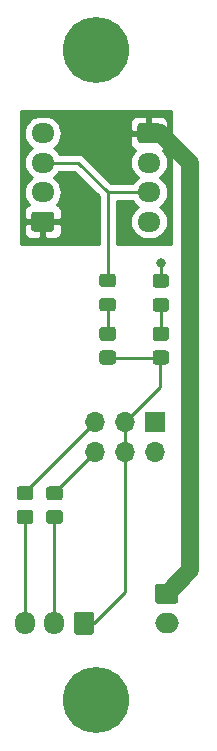
<source format=gtl>
G04 #@! TF.GenerationSoftware,KiCad,Pcbnew,5.1.9+dfsg1-1*
G04 #@! TF.CreationDate,2022-11-10T16:02:49+09:00*
G04 #@! TF.ProjectId,fan-expander,66616e2d-6578-4706-916e-6465722e6b69,rev?*
G04 #@! TF.SameCoordinates,Original*
G04 #@! TF.FileFunction,Copper,L1,Top*
G04 #@! TF.FilePolarity,Positive*
%FSLAX46Y46*%
G04 Gerber Fmt 4.6, Leading zero omitted, Abs format (unit mm)*
G04 Created by KiCad (PCBNEW 5.1.9+dfsg1-1) date 2022-11-10 16:02:49*
%MOMM*%
%LPD*%
G01*
G04 APERTURE LIST*
G04 #@! TA.AperFunction,ComponentPad*
%ADD10C,5.600000*%
G04 #@! TD*
G04 #@! TA.AperFunction,ComponentPad*
%ADD11O,2.000000X1.700000*%
G04 #@! TD*
G04 #@! TA.AperFunction,ComponentPad*
%ADD12O,1.700000X1.950000*%
G04 #@! TD*
G04 #@! TA.AperFunction,ComponentPad*
%ADD13O,1.950000X1.700000*%
G04 #@! TD*
G04 #@! TA.AperFunction,ComponentPad*
%ADD14R,1.700000X1.700000*%
G04 #@! TD*
G04 #@! TA.AperFunction,ComponentPad*
%ADD15O,1.700000X1.700000*%
G04 #@! TD*
G04 #@! TA.AperFunction,ViaPad*
%ADD16C,0.800000*%
G04 #@! TD*
G04 #@! TA.AperFunction,Conductor*
%ADD17C,0.250000*%
G04 #@! TD*
G04 #@! TA.AperFunction,Conductor*
%ADD18C,1.500000*%
G04 #@! TD*
G04 #@! TA.AperFunction,Conductor*
%ADD19C,0.254000*%
G04 #@! TD*
G04 #@! TA.AperFunction,Conductor*
%ADD20C,0.100000*%
G04 #@! TD*
G04 APERTURE END LIST*
D10*
X150000000Y-50000000D03*
X150000000Y-105000000D03*
G04 #@! TA.AperFunction,SMDPad,CuDef*
G36*
G01*
X155049999Y-68925000D02*
X155950001Y-68925000D01*
G75*
G02*
X156200000Y-69174999I0J-249999D01*
G01*
X156200000Y-69825001D01*
G75*
G02*
X155950001Y-70075000I-249999J0D01*
G01*
X155049999Y-70075000D01*
G75*
G02*
X154800000Y-69825001I0J249999D01*
G01*
X154800000Y-69174999D01*
G75*
G02*
X155049999Y-68925000I249999J0D01*
G01*
G37*
G04 #@! TD.AperFunction*
G04 #@! TA.AperFunction,SMDPad,CuDef*
G36*
G01*
X155049999Y-70975000D02*
X155950001Y-70975000D01*
G75*
G02*
X156200000Y-71224999I0J-249999D01*
G01*
X156200000Y-71875001D01*
G75*
G02*
X155950001Y-72125000I-249999J0D01*
G01*
X155049999Y-72125000D01*
G75*
G02*
X154800000Y-71875001I0J249999D01*
G01*
X154800000Y-71224999D01*
G75*
G02*
X155049999Y-70975000I249999J0D01*
G01*
G37*
G04 #@! TD.AperFunction*
G04 #@! TA.AperFunction,ComponentPad*
G36*
G01*
X155250000Y-95150000D02*
X156750000Y-95150000D01*
G75*
G02*
X157000000Y-95400000I0J-250000D01*
G01*
X157000000Y-96600000D01*
G75*
G02*
X156750000Y-96850000I-250000J0D01*
G01*
X155250000Y-96850000D01*
G75*
G02*
X155000000Y-96600000I0J250000D01*
G01*
X155000000Y-95400000D01*
G75*
G02*
X155250000Y-95150000I250000J0D01*
G01*
G37*
G04 #@! TD.AperFunction*
D11*
X156000000Y-98500000D03*
G04 #@! TA.AperFunction,ComponentPad*
G36*
G01*
X149850000Y-97775000D02*
X149850000Y-99225000D01*
G75*
G02*
X149600000Y-99475000I-250000J0D01*
G01*
X148400000Y-99475000D01*
G75*
G02*
X148150000Y-99225000I0J250000D01*
G01*
X148150000Y-97775000D01*
G75*
G02*
X148400000Y-97525000I250000J0D01*
G01*
X149600000Y-97525000D01*
G75*
G02*
X149850000Y-97775000I0J-250000D01*
G01*
G37*
G04 #@! TD.AperFunction*
D12*
X146500000Y-98500000D03*
X144000000Y-98500000D03*
G04 #@! TA.AperFunction,ComponentPad*
G36*
G01*
X146225000Y-65350000D02*
X144775000Y-65350000D01*
G75*
G02*
X144525000Y-65100000I0J250000D01*
G01*
X144525000Y-63900000D01*
G75*
G02*
X144775000Y-63650000I250000J0D01*
G01*
X146225000Y-63650000D01*
G75*
G02*
X146475000Y-63900000I0J-250000D01*
G01*
X146475000Y-65100000D01*
G75*
G02*
X146225000Y-65350000I-250000J0D01*
G01*
G37*
G04 #@! TD.AperFunction*
D13*
X145500000Y-62000000D03*
X145500000Y-59500000D03*
X145500000Y-57000000D03*
X154500000Y-64500000D03*
X154500000Y-62000000D03*
X154500000Y-59500000D03*
G04 #@! TA.AperFunction,ComponentPad*
G36*
G01*
X153775000Y-56150000D02*
X155225000Y-56150000D01*
G75*
G02*
X155475000Y-56400000I0J-250000D01*
G01*
X155475000Y-57600000D01*
G75*
G02*
X155225000Y-57850000I-250000J0D01*
G01*
X153775000Y-57850000D01*
G75*
G02*
X153525000Y-57600000I0J250000D01*
G01*
X153525000Y-56400000D01*
G75*
G02*
X153775000Y-56150000I250000J0D01*
G01*
G37*
G04 #@! TD.AperFunction*
G04 #@! TA.AperFunction,SMDPad,CuDef*
G36*
G01*
X155049999Y-75400000D02*
X155950001Y-75400000D01*
G75*
G02*
X156200000Y-75649999I0J-249999D01*
G01*
X156200000Y-76350001D01*
G75*
G02*
X155950001Y-76600000I-249999J0D01*
G01*
X155049999Y-76600000D01*
G75*
G02*
X154800000Y-76350001I0J249999D01*
G01*
X154800000Y-75649999D01*
G75*
G02*
X155049999Y-75400000I249999J0D01*
G01*
G37*
G04 #@! TD.AperFunction*
G04 #@! TA.AperFunction,SMDPad,CuDef*
G36*
G01*
X155049999Y-73400000D02*
X155950001Y-73400000D01*
G75*
G02*
X156200000Y-73649999I0J-249999D01*
G01*
X156200000Y-74350001D01*
G75*
G02*
X155950001Y-74600000I-249999J0D01*
G01*
X155049999Y-74600000D01*
G75*
G02*
X154800000Y-74350001I0J249999D01*
G01*
X154800000Y-73649999D01*
G75*
G02*
X155049999Y-73400000I249999J0D01*
G01*
G37*
G04 #@! TD.AperFunction*
G04 #@! TA.AperFunction,SMDPad,CuDef*
G36*
G01*
X143549999Y-86900000D02*
X144450001Y-86900000D01*
G75*
G02*
X144700000Y-87149999I0J-249999D01*
G01*
X144700000Y-87850001D01*
G75*
G02*
X144450001Y-88100000I-249999J0D01*
G01*
X143549999Y-88100000D01*
G75*
G02*
X143300000Y-87850001I0J249999D01*
G01*
X143300000Y-87149999D01*
G75*
G02*
X143549999Y-86900000I249999J0D01*
G01*
G37*
G04 #@! TD.AperFunction*
G04 #@! TA.AperFunction,SMDPad,CuDef*
G36*
G01*
X143549999Y-88900000D02*
X144450001Y-88900000D01*
G75*
G02*
X144700000Y-89149999I0J-249999D01*
G01*
X144700000Y-89850001D01*
G75*
G02*
X144450001Y-90100000I-249999J0D01*
G01*
X143549999Y-90100000D01*
G75*
G02*
X143300000Y-89850001I0J249999D01*
G01*
X143300000Y-89149999D01*
G75*
G02*
X143549999Y-88900000I249999J0D01*
G01*
G37*
G04 #@! TD.AperFunction*
G04 #@! TA.AperFunction,SMDPad,CuDef*
G36*
G01*
X146049999Y-86900000D02*
X146950001Y-86900000D01*
G75*
G02*
X147200000Y-87149999I0J-249999D01*
G01*
X147200000Y-87850001D01*
G75*
G02*
X146950001Y-88100000I-249999J0D01*
G01*
X146049999Y-88100000D01*
G75*
G02*
X145800000Y-87850001I0J249999D01*
G01*
X145800000Y-87149999D01*
G75*
G02*
X146049999Y-86900000I249999J0D01*
G01*
G37*
G04 #@! TD.AperFunction*
G04 #@! TA.AperFunction,SMDPad,CuDef*
G36*
G01*
X146049999Y-88900000D02*
X146950001Y-88900000D01*
G75*
G02*
X147200000Y-89149999I0J-249999D01*
G01*
X147200000Y-89850001D01*
G75*
G02*
X146950001Y-90100000I-249999J0D01*
G01*
X146049999Y-90100000D01*
G75*
G02*
X145800000Y-89850001I0J249999D01*
G01*
X145800000Y-89149999D01*
G75*
G02*
X146049999Y-88900000I249999J0D01*
G01*
G37*
G04 #@! TD.AperFunction*
D14*
X155000000Y-81500000D03*
D15*
X155000000Y-84040000D03*
X152460000Y-81500000D03*
X152460000Y-84040000D03*
X149920000Y-81500000D03*
X149920000Y-84040000D03*
G04 #@! TA.AperFunction,SMDPad,CuDef*
G36*
G01*
X150549999Y-68900000D02*
X151450001Y-68900000D01*
G75*
G02*
X151700000Y-69149999I0J-249999D01*
G01*
X151700000Y-69800001D01*
G75*
G02*
X151450001Y-70050000I-249999J0D01*
G01*
X150549999Y-70050000D01*
G75*
G02*
X150300000Y-69800001I0J249999D01*
G01*
X150300000Y-69149999D01*
G75*
G02*
X150549999Y-68900000I249999J0D01*
G01*
G37*
G04 #@! TD.AperFunction*
G04 #@! TA.AperFunction,SMDPad,CuDef*
G36*
G01*
X150549999Y-70950000D02*
X151450001Y-70950000D01*
G75*
G02*
X151700000Y-71199999I0J-249999D01*
G01*
X151700000Y-71850001D01*
G75*
G02*
X151450001Y-72100000I-249999J0D01*
G01*
X150549999Y-72100000D01*
G75*
G02*
X150300000Y-71850001I0J249999D01*
G01*
X150300000Y-71199999D01*
G75*
G02*
X150549999Y-70950000I249999J0D01*
G01*
G37*
G04 #@! TD.AperFunction*
G04 #@! TA.AperFunction,SMDPad,CuDef*
G36*
G01*
X150549999Y-73400000D02*
X151450001Y-73400000D01*
G75*
G02*
X151700000Y-73649999I0J-249999D01*
G01*
X151700000Y-74350001D01*
G75*
G02*
X151450001Y-74600000I-249999J0D01*
G01*
X150549999Y-74600000D01*
G75*
G02*
X150300000Y-74350001I0J249999D01*
G01*
X150300000Y-73649999D01*
G75*
G02*
X150549999Y-73400000I249999J0D01*
G01*
G37*
G04 #@! TD.AperFunction*
G04 #@! TA.AperFunction,SMDPad,CuDef*
G36*
G01*
X150549999Y-75400000D02*
X151450001Y-75400000D01*
G75*
G02*
X151700000Y-75649999I0J-249999D01*
G01*
X151700000Y-76350001D01*
G75*
G02*
X151450001Y-76600000I-249999J0D01*
G01*
X150549999Y-76600000D01*
G75*
G02*
X150300000Y-76350001I0J249999D01*
G01*
X150300000Y-75649999D01*
G75*
G02*
X150549999Y-75400000I249999J0D01*
G01*
G37*
G04 #@! TD.AperFunction*
D16*
X155500000Y-68000000D03*
D17*
X149850000Y-98500000D02*
X152500000Y-95850000D01*
X149000000Y-98500000D02*
X149850000Y-98500000D01*
X152500000Y-81540000D02*
X152460000Y-81500000D01*
X152500000Y-95850000D02*
X152500000Y-81540000D01*
X152460000Y-81500000D02*
X155460000Y-78500000D01*
X155460000Y-76040000D02*
X155500000Y-76000000D01*
X155460000Y-78500000D02*
X155460000Y-76040000D01*
X151000000Y-76000000D02*
X155500000Y-76000000D01*
X155500000Y-74000000D02*
X155500000Y-71550000D01*
D18*
X155475000Y-57000000D02*
X154500000Y-57000000D01*
X158000000Y-59525000D02*
X155475000Y-57000000D01*
X158000000Y-94000000D02*
X158000000Y-59525000D01*
X156000000Y-96000000D02*
X158000000Y-94000000D01*
D17*
X144000000Y-98500000D02*
X144000000Y-89500000D01*
X155500000Y-69500000D02*
X155500000Y-68000000D01*
X146500000Y-98500000D02*
X146500000Y-89500000D01*
X151000000Y-69475000D02*
X151000000Y-62000000D01*
X151000000Y-62000000D02*
X154500000Y-62000000D01*
X148500000Y-59500000D02*
X151000000Y-62000000D01*
X145500000Y-59500000D02*
X148500000Y-59500000D01*
X144000000Y-87420000D02*
X149920000Y-81500000D01*
X144000000Y-87500000D02*
X144000000Y-87420000D01*
X146500000Y-87460000D02*
X149920000Y-84040000D01*
X146500000Y-87500000D02*
X146500000Y-87460000D01*
X151000000Y-74000000D02*
X151000000Y-71525000D01*
D19*
X156373000Y-66373000D02*
X151760000Y-66373000D01*
X151760000Y-62760000D01*
X153097405Y-62760000D01*
X153134294Y-62829014D01*
X153319866Y-63055134D01*
X153545986Y-63240706D01*
X153563374Y-63250000D01*
X153545986Y-63259294D01*
X153319866Y-63444866D01*
X153134294Y-63670986D01*
X152996401Y-63928966D01*
X152911487Y-64208889D01*
X152882815Y-64500000D01*
X152911487Y-64791111D01*
X152996401Y-65071034D01*
X153134294Y-65329014D01*
X153319866Y-65555134D01*
X153545986Y-65740706D01*
X153803966Y-65878599D01*
X154083889Y-65963513D01*
X154302050Y-65985000D01*
X154697950Y-65985000D01*
X154916111Y-65963513D01*
X155196034Y-65878599D01*
X155454014Y-65740706D01*
X155680134Y-65555134D01*
X155865706Y-65329014D01*
X156003599Y-65071034D01*
X156088513Y-64791111D01*
X156117185Y-64500000D01*
X156088513Y-64208889D01*
X156003599Y-63928966D01*
X155865706Y-63670986D01*
X155680134Y-63444866D01*
X155454014Y-63259294D01*
X155436626Y-63250000D01*
X155454014Y-63240706D01*
X155680134Y-63055134D01*
X155865706Y-62829014D01*
X156003599Y-62571034D01*
X156088513Y-62291111D01*
X156117185Y-62000000D01*
X156088513Y-61708889D01*
X156003599Y-61428966D01*
X155865706Y-61170986D01*
X155680134Y-60944866D01*
X155454014Y-60759294D01*
X155436626Y-60750000D01*
X155454014Y-60740706D01*
X155680134Y-60555134D01*
X155865706Y-60329014D01*
X156003599Y-60071034D01*
X156088513Y-59791111D01*
X156117185Y-59500000D01*
X156088513Y-59208889D01*
X156003599Y-58928966D01*
X155865706Y-58670986D01*
X155684392Y-58450055D01*
X155719180Y-58439502D01*
X155829494Y-58380537D01*
X155926185Y-58301185D01*
X156005537Y-58204494D01*
X156064502Y-58094180D01*
X156100812Y-57974482D01*
X156113072Y-57850000D01*
X156110000Y-57285750D01*
X155951250Y-57127000D01*
X154627000Y-57127000D01*
X154627000Y-57147000D01*
X154373000Y-57147000D01*
X154373000Y-57127000D01*
X153048750Y-57127000D01*
X152890000Y-57285750D01*
X152886928Y-57850000D01*
X152899188Y-57974482D01*
X152935498Y-58094180D01*
X152994463Y-58204494D01*
X153073815Y-58301185D01*
X153170506Y-58380537D01*
X153280820Y-58439502D01*
X153315608Y-58450055D01*
X153134294Y-58670986D01*
X152996401Y-58928966D01*
X152911487Y-59208889D01*
X152882815Y-59500000D01*
X152911487Y-59791111D01*
X152996401Y-60071034D01*
X153134294Y-60329014D01*
X153319866Y-60555134D01*
X153545986Y-60740706D01*
X153563374Y-60750000D01*
X153545986Y-60759294D01*
X153319866Y-60944866D01*
X153134294Y-61170986D01*
X153097405Y-61240000D01*
X151314802Y-61240000D01*
X149063804Y-58989003D01*
X149040001Y-58959999D01*
X148924276Y-58865026D01*
X148792247Y-58794454D01*
X148648986Y-58750997D01*
X148537333Y-58740000D01*
X148537322Y-58740000D01*
X148500000Y-58736324D01*
X148462678Y-58740000D01*
X146902595Y-58740000D01*
X146865706Y-58670986D01*
X146680134Y-58444866D01*
X146454014Y-58259294D01*
X146436626Y-58250000D01*
X146454014Y-58240706D01*
X146680134Y-58055134D01*
X146865706Y-57829014D01*
X147003599Y-57571034D01*
X147088513Y-57291111D01*
X147117185Y-57000000D01*
X147088513Y-56708889D01*
X147003599Y-56428966D01*
X146865706Y-56170986D01*
X146848484Y-56150000D01*
X152886928Y-56150000D01*
X152890000Y-56714250D01*
X153048750Y-56873000D01*
X154373000Y-56873000D01*
X154373000Y-55673750D01*
X154627000Y-55673750D01*
X154627000Y-56873000D01*
X155951250Y-56873000D01*
X156110000Y-56714250D01*
X156113072Y-56150000D01*
X156100812Y-56025518D01*
X156064502Y-55905820D01*
X156005537Y-55795506D01*
X155926185Y-55698815D01*
X155829494Y-55619463D01*
X155719180Y-55560498D01*
X155599482Y-55524188D01*
X155475000Y-55511928D01*
X154785750Y-55515000D01*
X154627000Y-55673750D01*
X154373000Y-55673750D01*
X154214250Y-55515000D01*
X153525000Y-55511928D01*
X153400518Y-55524188D01*
X153280820Y-55560498D01*
X153170506Y-55619463D01*
X153073815Y-55698815D01*
X152994463Y-55795506D01*
X152935498Y-55905820D01*
X152899188Y-56025518D01*
X152886928Y-56150000D01*
X146848484Y-56150000D01*
X146680134Y-55944866D01*
X146454014Y-55759294D01*
X146196034Y-55621401D01*
X145916111Y-55536487D01*
X145697950Y-55515000D01*
X145302050Y-55515000D01*
X145083889Y-55536487D01*
X144803966Y-55621401D01*
X144545986Y-55759294D01*
X144319866Y-55944866D01*
X144134294Y-56170986D01*
X143996401Y-56428966D01*
X143911487Y-56708889D01*
X143882815Y-57000000D01*
X143911487Y-57291111D01*
X143996401Y-57571034D01*
X144134294Y-57829014D01*
X144319866Y-58055134D01*
X144545986Y-58240706D01*
X144563374Y-58250000D01*
X144545986Y-58259294D01*
X144319866Y-58444866D01*
X144134294Y-58670986D01*
X143996401Y-58928966D01*
X143911487Y-59208889D01*
X143882815Y-59500000D01*
X143911487Y-59791111D01*
X143996401Y-60071034D01*
X144134294Y-60329014D01*
X144319866Y-60555134D01*
X144545986Y-60740706D01*
X144563374Y-60750000D01*
X144545986Y-60759294D01*
X144319866Y-60944866D01*
X144134294Y-61170986D01*
X143996401Y-61428966D01*
X143911487Y-61708889D01*
X143882815Y-62000000D01*
X143911487Y-62291111D01*
X143996401Y-62571034D01*
X144134294Y-62829014D01*
X144315608Y-63049945D01*
X144280820Y-63060498D01*
X144170506Y-63119463D01*
X144073815Y-63198815D01*
X143994463Y-63295506D01*
X143935498Y-63405820D01*
X143899188Y-63525518D01*
X143886928Y-63650000D01*
X143890000Y-64214250D01*
X144048750Y-64373000D01*
X145373000Y-64373000D01*
X145373000Y-64353000D01*
X145627000Y-64353000D01*
X145627000Y-64373000D01*
X146951250Y-64373000D01*
X147110000Y-64214250D01*
X147113072Y-63650000D01*
X147100812Y-63525518D01*
X147064502Y-63405820D01*
X147005537Y-63295506D01*
X146926185Y-63198815D01*
X146829494Y-63119463D01*
X146719180Y-63060498D01*
X146684392Y-63049945D01*
X146865706Y-62829014D01*
X147003599Y-62571034D01*
X147088513Y-62291111D01*
X147117185Y-62000000D01*
X147088513Y-61708889D01*
X147003599Y-61428966D01*
X146865706Y-61170986D01*
X146680134Y-60944866D01*
X146454014Y-60759294D01*
X146436626Y-60750000D01*
X146454014Y-60740706D01*
X146680134Y-60555134D01*
X146865706Y-60329014D01*
X146902595Y-60260000D01*
X148185199Y-60260000D01*
X150240001Y-62314803D01*
X150240000Y-66373000D01*
X143627000Y-66373000D01*
X143627000Y-65350000D01*
X143886928Y-65350000D01*
X143899188Y-65474482D01*
X143935498Y-65594180D01*
X143994463Y-65704494D01*
X144073815Y-65801185D01*
X144170506Y-65880537D01*
X144280820Y-65939502D01*
X144400518Y-65975812D01*
X144525000Y-65988072D01*
X145214250Y-65985000D01*
X145373000Y-65826250D01*
X145373000Y-64627000D01*
X145627000Y-64627000D01*
X145627000Y-65826250D01*
X145785750Y-65985000D01*
X146475000Y-65988072D01*
X146599482Y-65975812D01*
X146719180Y-65939502D01*
X146829494Y-65880537D01*
X146926185Y-65801185D01*
X147005537Y-65704494D01*
X147064502Y-65594180D01*
X147100812Y-65474482D01*
X147113072Y-65350000D01*
X147110000Y-64785750D01*
X146951250Y-64627000D01*
X145627000Y-64627000D01*
X145373000Y-64627000D01*
X144048750Y-64627000D01*
X143890000Y-64785750D01*
X143886928Y-65350000D01*
X143627000Y-65350000D01*
X143627000Y-55127000D01*
X156373000Y-55127000D01*
X156373000Y-66373000D01*
G04 #@! TA.AperFunction,Conductor*
D20*
G36*
X156373000Y-66373000D02*
G01*
X151760000Y-66373000D01*
X151760000Y-62760000D01*
X153097405Y-62760000D01*
X153134294Y-62829014D01*
X153319866Y-63055134D01*
X153545986Y-63240706D01*
X153563374Y-63250000D01*
X153545986Y-63259294D01*
X153319866Y-63444866D01*
X153134294Y-63670986D01*
X152996401Y-63928966D01*
X152911487Y-64208889D01*
X152882815Y-64500000D01*
X152911487Y-64791111D01*
X152996401Y-65071034D01*
X153134294Y-65329014D01*
X153319866Y-65555134D01*
X153545986Y-65740706D01*
X153803966Y-65878599D01*
X154083889Y-65963513D01*
X154302050Y-65985000D01*
X154697950Y-65985000D01*
X154916111Y-65963513D01*
X155196034Y-65878599D01*
X155454014Y-65740706D01*
X155680134Y-65555134D01*
X155865706Y-65329014D01*
X156003599Y-65071034D01*
X156088513Y-64791111D01*
X156117185Y-64500000D01*
X156088513Y-64208889D01*
X156003599Y-63928966D01*
X155865706Y-63670986D01*
X155680134Y-63444866D01*
X155454014Y-63259294D01*
X155436626Y-63250000D01*
X155454014Y-63240706D01*
X155680134Y-63055134D01*
X155865706Y-62829014D01*
X156003599Y-62571034D01*
X156088513Y-62291111D01*
X156117185Y-62000000D01*
X156088513Y-61708889D01*
X156003599Y-61428966D01*
X155865706Y-61170986D01*
X155680134Y-60944866D01*
X155454014Y-60759294D01*
X155436626Y-60750000D01*
X155454014Y-60740706D01*
X155680134Y-60555134D01*
X155865706Y-60329014D01*
X156003599Y-60071034D01*
X156088513Y-59791111D01*
X156117185Y-59500000D01*
X156088513Y-59208889D01*
X156003599Y-58928966D01*
X155865706Y-58670986D01*
X155684392Y-58450055D01*
X155719180Y-58439502D01*
X155829494Y-58380537D01*
X155926185Y-58301185D01*
X156005537Y-58204494D01*
X156064502Y-58094180D01*
X156100812Y-57974482D01*
X156113072Y-57850000D01*
X156110000Y-57285750D01*
X155951250Y-57127000D01*
X154627000Y-57127000D01*
X154627000Y-57147000D01*
X154373000Y-57147000D01*
X154373000Y-57127000D01*
X153048750Y-57127000D01*
X152890000Y-57285750D01*
X152886928Y-57850000D01*
X152899188Y-57974482D01*
X152935498Y-58094180D01*
X152994463Y-58204494D01*
X153073815Y-58301185D01*
X153170506Y-58380537D01*
X153280820Y-58439502D01*
X153315608Y-58450055D01*
X153134294Y-58670986D01*
X152996401Y-58928966D01*
X152911487Y-59208889D01*
X152882815Y-59500000D01*
X152911487Y-59791111D01*
X152996401Y-60071034D01*
X153134294Y-60329014D01*
X153319866Y-60555134D01*
X153545986Y-60740706D01*
X153563374Y-60750000D01*
X153545986Y-60759294D01*
X153319866Y-60944866D01*
X153134294Y-61170986D01*
X153097405Y-61240000D01*
X151314802Y-61240000D01*
X149063804Y-58989003D01*
X149040001Y-58959999D01*
X148924276Y-58865026D01*
X148792247Y-58794454D01*
X148648986Y-58750997D01*
X148537333Y-58740000D01*
X148537322Y-58740000D01*
X148500000Y-58736324D01*
X148462678Y-58740000D01*
X146902595Y-58740000D01*
X146865706Y-58670986D01*
X146680134Y-58444866D01*
X146454014Y-58259294D01*
X146436626Y-58250000D01*
X146454014Y-58240706D01*
X146680134Y-58055134D01*
X146865706Y-57829014D01*
X147003599Y-57571034D01*
X147088513Y-57291111D01*
X147117185Y-57000000D01*
X147088513Y-56708889D01*
X147003599Y-56428966D01*
X146865706Y-56170986D01*
X146848484Y-56150000D01*
X152886928Y-56150000D01*
X152890000Y-56714250D01*
X153048750Y-56873000D01*
X154373000Y-56873000D01*
X154373000Y-55673750D01*
X154627000Y-55673750D01*
X154627000Y-56873000D01*
X155951250Y-56873000D01*
X156110000Y-56714250D01*
X156113072Y-56150000D01*
X156100812Y-56025518D01*
X156064502Y-55905820D01*
X156005537Y-55795506D01*
X155926185Y-55698815D01*
X155829494Y-55619463D01*
X155719180Y-55560498D01*
X155599482Y-55524188D01*
X155475000Y-55511928D01*
X154785750Y-55515000D01*
X154627000Y-55673750D01*
X154373000Y-55673750D01*
X154214250Y-55515000D01*
X153525000Y-55511928D01*
X153400518Y-55524188D01*
X153280820Y-55560498D01*
X153170506Y-55619463D01*
X153073815Y-55698815D01*
X152994463Y-55795506D01*
X152935498Y-55905820D01*
X152899188Y-56025518D01*
X152886928Y-56150000D01*
X146848484Y-56150000D01*
X146680134Y-55944866D01*
X146454014Y-55759294D01*
X146196034Y-55621401D01*
X145916111Y-55536487D01*
X145697950Y-55515000D01*
X145302050Y-55515000D01*
X145083889Y-55536487D01*
X144803966Y-55621401D01*
X144545986Y-55759294D01*
X144319866Y-55944866D01*
X144134294Y-56170986D01*
X143996401Y-56428966D01*
X143911487Y-56708889D01*
X143882815Y-57000000D01*
X143911487Y-57291111D01*
X143996401Y-57571034D01*
X144134294Y-57829014D01*
X144319866Y-58055134D01*
X144545986Y-58240706D01*
X144563374Y-58250000D01*
X144545986Y-58259294D01*
X144319866Y-58444866D01*
X144134294Y-58670986D01*
X143996401Y-58928966D01*
X143911487Y-59208889D01*
X143882815Y-59500000D01*
X143911487Y-59791111D01*
X143996401Y-60071034D01*
X144134294Y-60329014D01*
X144319866Y-60555134D01*
X144545986Y-60740706D01*
X144563374Y-60750000D01*
X144545986Y-60759294D01*
X144319866Y-60944866D01*
X144134294Y-61170986D01*
X143996401Y-61428966D01*
X143911487Y-61708889D01*
X143882815Y-62000000D01*
X143911487Y-62291111D01*
X143996401Y-62571034D01*
X144134294Y-62829014D01*
X144315608Y-63049945D01*
X144280820Y-63060498D01*
X144170506Y-63119463D01*
X144073815Y-63198815D01*
X143994463Y-63295506D01*
X143935498Y-63405820D01*
X143899188Y-63525518D01*
X143886928Y-63650000D01*
X143890000Y-64214250D01*
X144048750Y-64373000D01*
X145373000Y-64373000D01*
X145373000Y-64353000D01*
X145627000Y-64353000D01*
X145627000Y-64373000D01*
X146951250Y-64373000D01*
X147110000Y-64214250D01*
X147113072Y-63650000D01*
X147100812Y-63525518D01*
X147064502Y-63405820D01*
X147005537Y-63295506D01*
X146926185Y-63198815D01*
X146829494Y-63119463D01*
X146719180Y-63060498D01*
X146684392Y-63049945D01*
X146865706Y-62829014D01*
X147003599Y-62571034D01*
X147088513Y-62291111D01*
X147117185Y-62000000D01*
X147088513Y-61708889D01*
X147003599Y-61428966D01*
X146865706Y-61170986D01*
X146680134Y-60944866D01*
X146454014Y-60759294D01*
X146436626Y-60750000D01*
X146454014Y-60740706D01*
X146680134Y-60555134D01*
X146865706Y-60329014D01*
X146902595Y-60260000D01*
X148185199Y-60260000D01*
X150240001Y-62314803D01*
X150240000Y-66373000D01*
X143627000Y-66373000D01*
X143627000Y-65350000D01*
X143886928Y-65350000D01*
X143899188Y-65474482D01*
X143935498Y-65594180D01*
X143994463Y-65704494D01*
X144073815Y-65801185D01*
X144170506Y-65880537D01*
X144280820Y-65939502D01*
X144400518Y-65975812D01*
X144525000Y-65988072D01*
X145214250Y-65985000D01*
X145373000Y-65826250D01*
X145373000Y-64627000D01*
X145627000Y-64627000D01*
X145627000Y-65826250D01*
X145785750Y-65985000D01*
X146475000Y-65988072D01*
X146599482Y-65975812D01*
X146719180Y-65939502D01*
X146829494Y-65880537D01*
X146926185Y-65801185D01*
X147005537Y-65704494D01*
X147064502Y-65594180D01*
X147100812Y-65474482D01*
X147113072Y-65350000D01*
X147110000Y-64785750D01*
X146951250Y-64627000D01*
X145627000Y-64627000D01*
X145373000Y-64627000D01*
X144048750Y-64627000D01*
X143890000Y-64785750D01*
X143886928Y-65350000D01*
X143627000Y-65350000D01*
X143627000Y-55127000D01*
X156373000Y-55127000D01*
X156373000Y-66373000D01*
G37*
G04 #@! TD.AperFunction*
M02*

</source>
